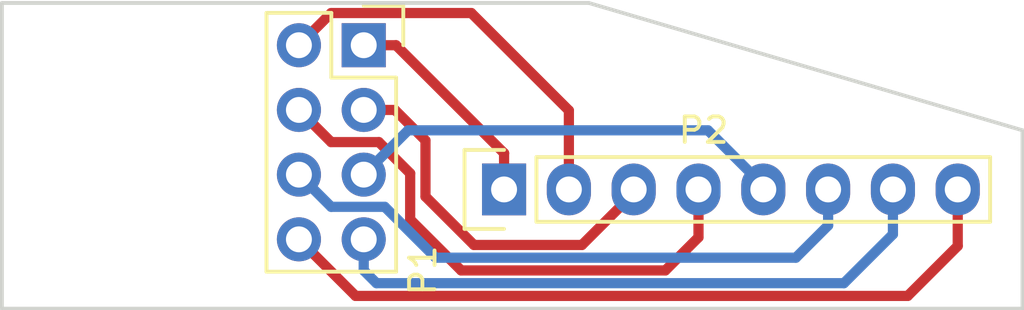
<source format=kicad_pcb>
(kicad_pcb (version 4) (host pcbnew 4.0.4-stable)

  (general
    (links 8)
    (no_connects 8)
    (area 122.924999 87.924999 140.075001 93.075001)
    (thickness 1.6)
    (drawings 5)
    (tracks 42)
    (zones 0)
    (modules 2)
    (nets 9)
  )

  (page A4)
  (layers
    (0 F.Cu signal)
    (31 B.Cu signal)
    (32 B.Adhes user)
    (33 F.Adhes user)
    (34 B.Paste user)
    (35 F.Paste user)
    (36 B.SilkS user)
    (37 F.SilkS user)
    (38 B.Mask user)
    (39 F.Mask user)
    (40 Dwgs.User user)
    (41 Cmts.User user)
    (42 Eco1.User user)
    (43 Eco2.User user)
    (44 Edge.Cuts user)
    (45 Margin user)
    (46 B.CrtYd user)
    (47 F.CrtYd user)
    (48 B.Fab user)
    (49 F.Fab user)
  )

  (setup
    (last_trace_width 0.4)
    (trace_clearance 0.2)
    (zone_clearance 0.508)
    (zone_45_only no)
    (trace_min 0.2)
    (segment_width 0.2)
    (edge_width 0.15)
    (via_size 0.6)
    (via_drill 0.4)
    (via_min_size 0.4)
    (via_min_drill 0.3)
    (uvia_size 0.3)
    (uvia_drill 0.1)
    (uvias_allowed no)
    (uvia_min_size 0.2)
    (uvia_min_drill 0.1)
    (pcb_text_width 0.3)
    (pcb_text_size 1.5 1.5)
    (mod_edge_width 0.15)
    (mod_text_size 1 1)
    (mod_text_width 0.15)
    (pad_size 1.7272 2.032)
    (pad_drill 1.016)
    (pad_to_mask_clearance 0.2)
    (aux_axis_origin 0 0)
    (visible_elements FFFFFF7F)
    (pcbplotparams
      (layerselection 0x00030_80000001)
      (usegerberextensions false)
      (excludeedgelayer true)
      (linewidth 0.100000)
      (plotframeref false)
      (viasonmask false)
      (mode 1)
      (useauxorigin false)
      (hpglpennumber 1)
      (hpglpenspeed 20)
      (hpglpendiameter 15)
      (hpglpenoverlay 2)
      (psnegative false)
      (psa4output false)
      (plotreference true)
      (plotvalue true)
      (plotinvisibletext false)
      (padsonsilk false)
      (subtractmaskfromsilk false)
      (outputformat 1)
      (mirror false)
      (drillshape 1)
      (scaleselection 1)
      (outputdirectory ""))
  )

  (net 0 "")
  (net 1 /1)
  (net 2 /2)
  (net 3 /3)
  (net 4 /4)
  (net 5 /5)
  (net 6 /6)
  (net 7 /7)
  (net 8 /8)

  (net_class Default "This is the default net class."
    (clearance 0.2)
    (trace_width 0.4)
    (via_dia 0.6)
    (via_drill 0.4)
    (uvia_dia 0.3)
    (uvia_drill 0.1)
    (add_net /1)
    (add_net /2)
    (add_net /3)
    (add_net /4)
    (add_net /5)
    (add_net /6)
    (add_net /7)
    (add_net /8)
  )

  (module Socket_Strips:Socket_Strip_Straight_2x04 (layer F.Cu) (tedit 0) (tstamp 58293AC5)
    (at 114.18 89.659 270)
    (descr "Through hole socket strip")
    (tags "socket strip")
    (path /58293A72)
    (fp_text reference P1 (at 8.841 -2.32 270) (layer F.SilkS)
      (effects (font (size 1 1) (thickness 0.15)))
    )
    (fp_text value CONN_02X04 (at 4.341 5.68 270) (layer F.Fab)
      (effects (font (size 1 1) (thickness 0.15)))
    )
    (fp_line (start -1.75 -1.75) (end -1.75 4.3) (layer F.CrtYd) (width 0.05))
    (fp_line (start 9.4 -1.75) (end 9.4 4.3) (layer F.CrtYd) (width 0.05))
    (fp_line (start -1.75 -1.75) (end 9.4 -1.75) (layer F.CrtYd) (width 0.05))
    (fp_line (start -1.75 4.3) (end 9.4 4.3) (layer F.CrtYd) (width 0.05))
    (fp_line (start 1.27 -1.27) (end 8.89 -1.27) (layer F.SilkS) (width 0.15))
    (fp_line (start 8.89 -1.27) (end 8.89 3.81) (layer F.SilkS) (width 0.15))
    (fp_line (start 8.89 3.81) (end -1.27 3.81) (layer F.SilkS) (width 0.15))
    (fp_line (start -1.27 3.81) (end -1.27 1.27) (layer F.SilkS) (width 0.15))
    (fp_line (start 0 -1.55) (end -1.55 -1.55) (layer F.SilkS) (width 0.15))
    (fp_line (start -1.27 1.27) (end 1.27 1.27) (layer F.SilkS) (width 0.15))
    (fp_line (start 1.27 1.27) (end 1.27 -1.27) (layer F.SilkS) (width 0.15))
    (fp_line (start -1.55 -1.55) (end -1.55 0) (layer F.SilkS) (width 0.15))
    (pad 1 thru_hole rect (at 0 0 270) (size 1.7272 1.7272) (drill 1.016) (layers *.Cu *.Mask)
      (net 1 /1))
    (pad 2 thru_hole oval (at 0 2.54 270) (size 1.7272 1.7272) (drill 1.016) (layers *.Cu *.Mask)
      (net 2 /2))
    (pad 3 thru_hole oval (at 2.54 0 270) (size 1.7272 1.7272) (drill 1.016) (layers *.Cu *.Mask)
      (net 3 /3))
    (pad 4 thru_hole oval (at 2.54 2.54 270) (size 1.7272 1.7272) (drill 1.016) (layers *.Cu *.Mask)
      (net 4 /4))
    (pad 5 thru_hole oval (at 5.08 0 270) (size 1.7272 1.7272) (drill 1.016) (layers *.Cu *.Mask)
      (net 5 /5))
    (pad 6 thru_hole oval (at 5.08 2.54 270) (size 1.7272 1.7272) (drill 1.016) (layers *.Cu *.Mask)
      (net 6 /6))
    (pad 7 thru_hole oval (at 7.62 0 270) (size 1.7272 1.7272) (drill 1.016) (layers *.Cu *.Mask)
      (net 7 /7))
    (pad 8 thru_hole oval (at 7.62 2.54 270) (size 1.7272 1.7272) (drill 1.016) (layers *.Cu *.Mask)
      (net 8 /8))
    (model Socket_Strips.3dshapes/Socket_Strip_Straight_2x04.wrl
      (at (xyz 0.15 -0.05 0))
      (scale (xyz 1 1 1))
      (rotate (xyz 0 0 180))
    )
  )

  (module Socket_Strips:Socket_Strip_Straight_1x08 (layer F.Cu) (tedit 58293B72) (tstamp 58293ADC)
    (at 119.68 95.32)
    (descr "Through hole socket strip")
    (tags "socket strip")
    (path /58293AF1)
    (fp_text reference P2 (at 7.82 -2.32) (layer F.SilkS)
      (effects (font (size 1 1) (thickness 0.15)))
    )
    (fp_text value CONN_01X08 (at 7.82 2.68) (layer F.Fab)
      (effects (font (size 1 1) (thickness 0.15)))
    )
    (fp_line (start -1.75 -1.75) (end -1.75 1.75) (layer F.CrtYd) (width 0.05))
    (fp_line (start 19.55 -1.75) (end 19.55 1.75) (layer F.CrtYd) (width 0.05))
    (fp_line (start -1.75 -1.75) (end 19.55 -1.75) (layer F.CrtYd) (width 0.05))
    (fp_line (start -1.75 1.75) (end 19.55 1.75) (layer F.CrtYd) (width 0.05))
    (fp_line (start 1.27 1.27) (end 19.05 1.27) (layer F.SilkS) (width 0.15))
    (fp_line (start 19.05 1.27) (end 19.05 -1.27) (layer F.SilkS) (width 0.15))
    (fp_line (start 19.05 -1.27) (end 1.27 -1.27) (layer F.SilkS) (width 0.15))
    (fp_line (start -1.55 1.55) (end 0 1.55) (layer F.SilkS) (width 0.15))
    (fp_line (start 1.27 1.27) (end 1.27 -1.27) (layer F.SilkS) (width 0.15))
    (fp_line (start 0 -1.55) (end -1.55 -1.55) (layer F.SilkS) (width 0.15))
    (fp_line (start -1.55 -1.55) (end -1.55 1.55) (layer F.SilkS) (width 0.15))
    (pad 1 thru_hole rect (at 0 0) (size 1.7272 2.032) (drill 1.016) (layers *.Cu *.Mask)
      (net 1 /1))
    (pad 2 thru_hole oval (at 2.54 0) (size 1.7272 2.032) (drill 1.016) (layers *.Cu *.Mask)
      (net 2 /2))
    (pad 3 thru_hole oval (at 5.08 0) (size 1.7272 2.032) (drill 1.016) (layers *.Cu *.Mask)
      (net 3 /3))
    (pad 4 thru_hole oval (at 7.62 0) (size 1.7272 2.032) (drill 1.016) (layers *.Cu *.Mask)
      (net 4 /4))
    (pad 5 thru_hole oval (at 10.16 0) (size 1.7272 2.032) (drill 1.016) (layers *.Cu *.Mask)
      (net 5 /5))
    (pad 6 thru_hole oval (at 12.7 0) (size 1.7272 2.032) (drill 1.016) (layers *.Cu *.Mask)
      (net 6 /6))
    (pad 7 thru_hole oval (at 15.24 0) (size 1.7272 2.032) (drill 1.016) (layers *.Cu *.Mask)
      (net 7 /7))
    (pad 8 thru_hole oval (at 17.78 0) (size 1.7272 2.032) (drill 1.016) (layers *.Cu *.Mask)
      (net 8 /8))
    (model Socket_Strips.3dshapes/Socket_Strip_Straight_1x08.wrl
      (at (xyz 0.35 0 0))
      (scale (xyz 1 1 1))
      (rotate (xyz 0 0 180))
    )
  )

  (gr_line (start 100 88) (end 123 88) (layer Edge.Cuts) (width 0.15))
  (gr_line (start 100 100) (end 100 88) (layer Edge.Cuts) (width 0.15))
  (gr_line (start 140 100) (end 100 100) (layer Edge.Cuts) (width 0.15))
  (gr_line (start 140 93) (end 140 100) (layer Edge.Cuts) (width 0.15))
  (gr_line (start 123 88) (end 140 93) (layer Edge.Cuts) (width 0.15))

  (segment (start 114.18 89.659) (end 115.4436 89.659) (width 0.4) (layer F.Cu) (net 1))
  (segment (start 119.68 93.8954) (end 119.68 93.904) (width 0.4) (layer F.Cu) (net 1))
  (segment (start 115.4436 89.659) (end 119.68 93.8954) (width 0.4) (layer F.Cu) (net 1))
  (segment (start 119.68 93.904) (end 119.68 95.32) (width 0.4) (layer F.Cu) (net 1))
  (segment (start 118.395399 88.395399) (end 122.22 92.22) (width 0.4) (layer F.Cu) (net 2))
  (segment (start 122.22 92.22) (end 122.22 95.32) (width 0.4) (layer F.Cu) (net 2))
  (segment (start 111.64 89.659) (end 112.903601 88.395399) (width 0.4) (layer F.Cu) (net 2))
  (segment (start 112.903601 88.395399) (end 118.395399 88.395399) (width 0.4) (layer F.Cu) (net 2))
  (segment (start 124.76 95.4724) (end 124.76 95.32) (width 0.4) (layer F.Cu) (net 3))
  (segment (start 118.5 97.5) (end 122.7324 97.5) (width 0.4) (layer F.Cu) (net 3))
  (segment (start 116.600011 95.600011) (end 118.5 97.5) (width 0.4) (layer F.Cu) (net 3))
  (segment (start 122.7324 97.5) (end 124.76 95.4724) (width 0.4) (layer F.Cu) (net 3))
  (segment (start 116.600011 93.397697) (end 116.600011 95.600011) (width 0.4) (layer F.Cu) (net 3))
  (segment (start 115.401314 92.199) (end 116.600011 93.397697) (width 0.4) (layer F.Cu) (net 3))
  (segment (start 114.18 92.199) (end 115.401314 92.199) (width 0.4) (layer F.Cu) (net 3))
  (segment (start 126 98.5) (end 127.3 97.2) (width 0.4) (layer F.Cu) (net 4))
  (segment (start 127.3 97.2) (end 127.3 95.32) (width 0.4) (layer F.Cu) (net 4))
  (segment (start 118 98.5) (end 126 98.5) (width 0.4) (layer F.Cu) (net 4))
  (segment (start 116 96.5) (end 118 98.5) (width 0.4) (layer F.Cu) (net 4))
  (segment (start 116 94.68887) (end 116 96.5) (width 0.4) (layer F.Cu) (net 4))
  (segment (start 112.903601 93.462601) (end 114.773731 93.462601) (width 0.4) (layer F.Cu) (net 4))
  (segment (start 111.64 92.199) (end 112.903601 93.462601) (width 0.4) (layer F.Cu) (net 4))
  (segment (start 114.773731 93.462601) (end 116 94.68887) (width 0.4) (layer F.Cu) (net 4))
  (segment (start 127.6724 93) (end 115.919 93) (width 0.4) (layer B.Cu) (net 5))
  (segment (start 115.919 93) (end 114.18 94.739) (width 0.4) (layer B.Cu) (net 5))
  (segment (start 129.84 95.32) (end 129.84 95.1676) (width 0.4) (layer B.Cu) (net 5))
  (segment (start 129.84 95.1676) (end 127.6724 93) (width 0.4) (layer B.Cu) (net 5))
  (segment (start 132.38 95.32) (end 132.38 96.736) (width 0.4) (layer B.Cu) (net 6))
  (segment (start 132.38 96.736) (end 131.116 98) (width 0.4) (layer B.Cu) (net 6))
  (segment (start 131.116 98) (end 117 98) (width 0.4) (layer B.Cu) (net 6))
  (segment (start 117 98) (end 115.002601 96.002601) (width 0.4) (layer B.Cu) (net 6))
  (segment (start 115.002601 96.002601) (end 112.903601 96.002601) (width 0.4) (layer B.Cu) (net 6))
  (segment (start 112.903601 96.002601) (end 111.64 94.739) (width 0.4) (layer B.Cu) (net 6))
  (segment (start 133 99) (end 134.92 97.08) (width 0.4) (layer B.Cu) (net 7))
  (segment (start 134.92 97.08) (end 134.92 95.32) (width 0.4) (layer B.Cu) (net 7))
  (segment (start 114.679686 99) (end 133 99) (width 0.4) (layer B.Cu) (net 7))
  (segment (start 114.18 97.279) (end 114.18 98.500314) (width 0.4) (layer B.Cu) (net 7))
  (segment (start 114.18 98.500314) (end 114.679686 99) (width 0.4) (layer B.Cu) (net 7))
  (segment (start 135.5 99.5) (end 137.46 97.54) (width 0.4) (layer F.Cu) (net 8))
  (segment (start 137.46 97.54) (end 137.46 95.32) (width 0.4) (layer F.Cu) (net 8))
  (segment (start 113.861 99.5) (end 135.5 99.5) (width 0.4) (layer F.Cu) (net 8))
  (segment (start 111.64 97.279) (end 113.861 99.5) (width 0.4) (layer F.Cu) (net 8))

)

</source>
